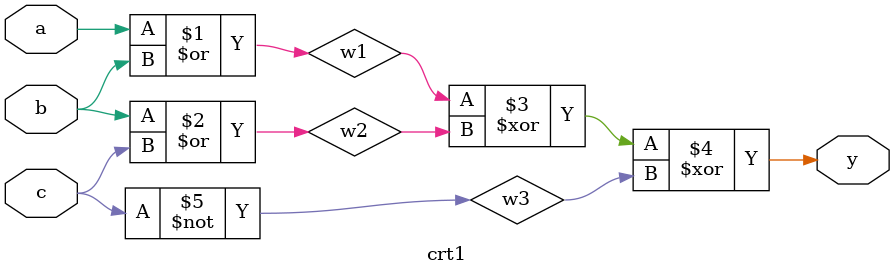
<source format=v>
module crt1(y,a,b,c);
output y;
input a,b,c;
wire w1,w2,w3;
or g1(w1,a,b);
or g2(w2,b,c);
not g3(w3,c);
xor g4(y,w1,w2,w3);
endmodule
</source>
